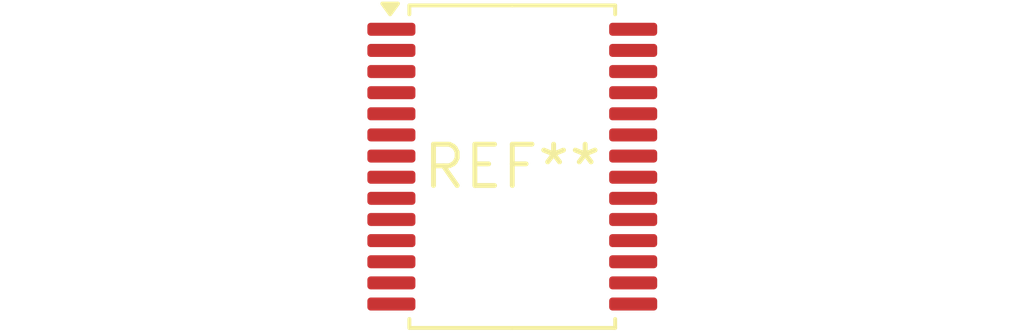
<source format=kicad_pcb>
(kicad_pcb (version 20240108) (generator pcbnew)
  (layers (0 "F.Cu" signal) (31 "B.Cu" signal) (34 "B.Paste" user) (35 "F.Paste" user) (36 "B.SilkS" user "B.Silkscreen") (37 "F.SilkS" user "F.Silkscreen") (38 "B.Mask" user) (39 "F.Mask" user) (44 "Edge.Cuts" user))
  (net 0 "")
  (footprint "TSSOP-28_6.1x9.7mm_P0.65mm" (layer "F.Cu") (at 0 0)
    (property "Reference" "REF**")
    (property "Value" "TSSOP-28_6.1x9.7mm_P0.65mm")
    (fp_line (start -3.16 -4.96) (end -3.16 -4.685) (layer "F.SilkS") (stroke (width 0.12)))
    (fp_line (start -3.16 4.96) (end -3.16 4.685) (layer "F.SilkS") (stroke (width 0.12)))
    (fp_line (start 0 -4.96) (end -3.16 -4.96) (layer "F.SilkS") (stroke (width 0.12)))
    (fp_line (start 0 -4.96) (end 3.16 -4.96) (layer "F.SilkS") (stroke (width 0.12)))
    (fp_line (start 0 4.96) (end -3.16 4.96) (layer "F.SilkS") (stroke (width 0.12)))
    (fp_line (start 0 4.96) (end 3.16 4.96) (layer "F.SilkS") (stroke (width 0.12)))
    (fp_line (start 3.16 -4.96) (end 3.16 -4.685) (layer "F.SilkS") (stroke (width 0.12)))
    (fp_line (start 3.16 4.96) (end 3.16 4.685) (layer "F.SilkS") (stroke (width 0.12)))
    (fp_poly (pts (xy -3.75 -4.685) (xy -3.99 -5.015) (xy -3.51 -5.015) (xy -3.75 -4.685)) (layer "F.SilkS") (stroke (width 0.12)) (fill solid))
    (pad "1" smd roundrect (at -3.7125 -4.225) (size 1.475 0.4) (layers "F.Cu" "F.Paste" "F.Mask"))
    (pad "2" smd roundrect (at -3.7125 -3.575) (size 1.475 0.4) (layers "F.Cu" "F.Paste" "F.Mask"))
    (pad "3" smd roundrect (at -3.7125 -2.925) (size 1.475 0.4) (layers "F.Cu" "F.Paste" "F.Mask"))
    (pad "4" smd roundrect (at -3.7125 -2.275) (size 1.475 0.4) (layers "F.Cu" "F.Paste" "F.Mask"))
    (pad "5" smd roundrect (at -3.7125 -1.625) (size 1.475 0.4) (layers "F.Cu" "F.Paste" "F.Mask"))
    (pad "6" smd roundrect (at -3.7125 -0.975) (size 1.475 0.4) (layers "F.Cu" "F.Paste" "F.Mask"))
    (pad "7" smd roundrect (at -3.7125 -0.325) (size 1.475 0.4) (layers "F.Cu" "F.Paste" "F.Mask"))
    (pad "8" smd roundrect (at -3.7125 0.325) (size 1.475 0.4) (layers "F.Cu" "F.Paste" "F.Mask"))
    (pad "9" smd roundrect (at -3.7125 0.975) (size 1.475 0.4) (layers "F.Cu" "F.Paste" "F.Mask"))
    (pad "10" smd roundrect (at -3.7125 1.625) (size 1.475 0.4) (layers "F.Cu" "F.Paste" "F.Mask"))
    (pad "11" smd roundrect (at -3.7125 2.275) (size 1.475 0.4) (layers "F.Cu" "F.Paste" "F.Mask"))
    (pad "12" smd roundrect (at -3.7125 2.925) (size 1.475 0.4) (layers "F.Cu" "F.Paste" "F.Mask"))
    (pad "13" smd roundrect (at -3.7125 3.575) (size 1.475 0.4) (layers "F.Cu" "F.Paste" "F.Mask"))
    (pad "14" smd roundrect (at -3.7125 4.225) (size 1.475 0.4) (layers "F.Cu" "F.Paste" "F.Mask"))
    (pad "15" smd roundrect (at 3.7125 4.225) (size 1.475 0.4) (layers "F.Cu" "F.Paste" "F.Mask"))
    (pad "16" smd roundrect (at 3.7125 3.575) (size 1.475 0.4) (layers "F.Cu" "F.Paste" "F.Mask"))
    (pad "17" smd roundrect (at 3.7125 2.925) (size 1.475 0.4) (layers "F.Cu" "F.Paste" "F.Mask"))
    (pad "18" smd roundrect (at 3.7125 2.275) (size 1.475 0.4) (layers "F.Cu" "F.Paste" "F.Mask"))
    (pad "19" smd roundrect (at 3.7125 1.625) (size 1.475 0.4) (layers "F.Cu" "F.Paste" "F.Mask"))
    (pad "20" smd roundrect (at 3.7125 0.975) (size 1.475 0.4) (layers "F.Cu" "F.Paste" "F.Mask"))
    (pad "21" smd roundrect (at 3.7125 0.325) (size 1.475 0.4) (layers "F.Cu" "F.Paste" "F.Mask"))
    (pad "22" smd roundrect (at 3.7125 -0.325) (size 1.475 0.4) (layers "F.Cu" "F.Paste" "F.Mask"))
    (pad "23" smd roundrect (at 3.7125 -0.975) (size 1.475 0.4) (layers "F.Cu" "F.Paste" "F.Mask"))
    (pad "24" smd roundrect (at 3.7125 -1.625) (size 1.475 0.4) (layers "F.Cu" "F.Paste" "F.Mask"))
    (pad "25" smd roundrect (at 3.7125 -2.275) (size 1.475 0.4) (layers "F.Cu" "F.Paste" "F.Mask"))
    (pad "26" smd roundrect (at 3.7125 -2.925) (size 1.475 0.4) (layers "F.Cu" "F.Paste" "F.Mask"))
    (pad "27" smd roundrect (at 3.7125 -3.575) (size 1.475 0.4) (layers "F.Cu" "F.Paste" "F.Mask"))
    (pad "28" smd roundrect (at 3.7125 -4.225) (size 1.475 0.4) (layers "F.Cu" "F.Paste" "F.Mask"))
  )
)
</source>
